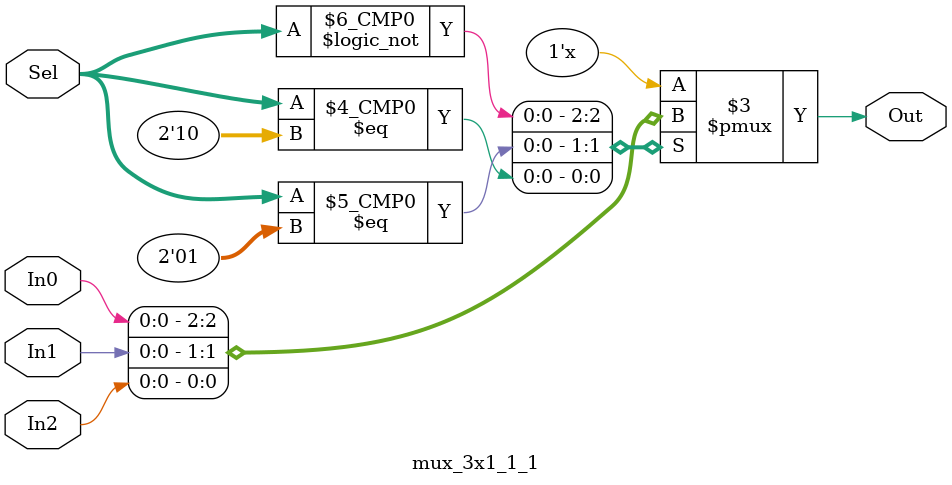
<source format=v>
module mux_3x1_1_1(Out,Sel,In0,In1,In2); 

input In0,In1,In2; //entradas de 32 bits
input [1:0] Sel; //seletor de 3 bits
output Out; //saida de 32 bits

reg Out; 

//Check the state of the input lines 

always @ (In0 or In1 or In2 or Sel) 

begin 

 case (Sel) 

  2'b00 : Out = In0; 

  2'b01 : Out = In1; 

  2'b10 : Out = In2; 

  default : Out = 1'bx; 

  //If input is undefined then output is undefined 

 endcase 

end  

endmodule
</source>
